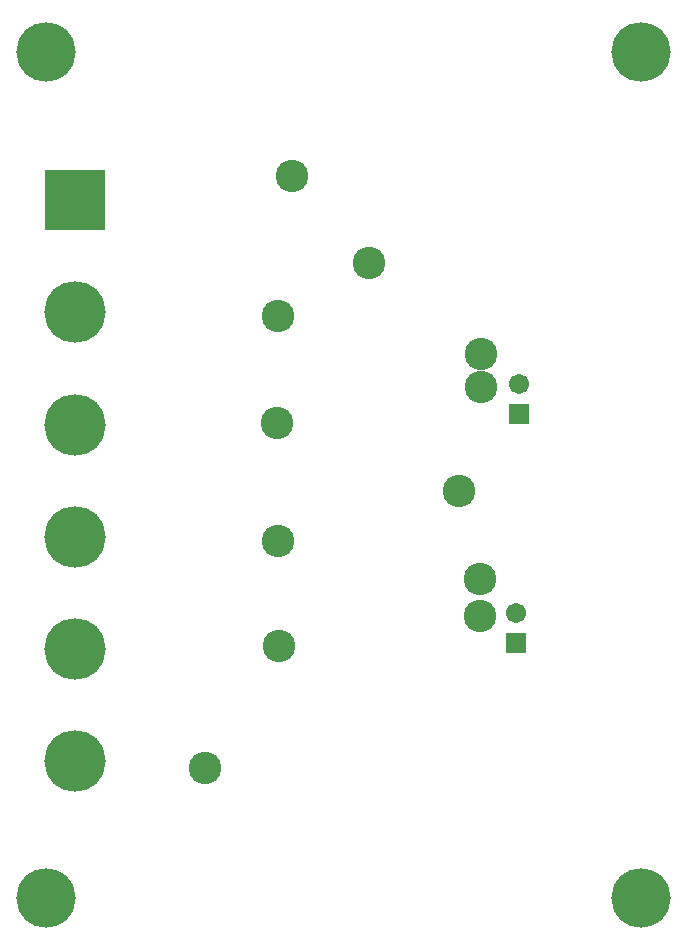
<source format=gbs>
G04*
G04 #@! TF.GenerationSoftware,Altium Limited,Altium Designer,21.0.8 (223)*
G04*
G04 Layer_Color=16711935*
%FSLAX25Y25*%
%MOIN*%
G70*
G04*
G04 #@! TF.SameCoordinates,B21DCE84-2690-44BB-8765-99E36CDB2AD5*
G04*
G04*
G04 #@! TF.FilePolarity,Negative*
G04*
G01*
G75*
%ADD27C,0.19800*%
%ADD28C,0.10800*%
%ADD29R,0.20485X0.20485*%
%ADD30C,0.20485*%
%ADD31C,0.06706*%
%ADD32R,0.06706X0.06706*%
D27*
X235901Y319500D02*
D03*
X37500Y37500D02*
D03*
X235901D02*
D03*
X37500Y319500D02*
D03*
D28*
X145000Y249000D02*
D03*
X182000Y131339D02*
D03*
X115000Y121339D02*
D03*
X182000Y143839D02*
D03*
X114900Y156439D02*
D03*
X175000Y173000D02*
D03*
X90500Y80839D02*
D03*
X119579Y277889D02*
D03*
X182600Y207600D02*
D03*
X114379Y195689D02*
D03*
X182500Y218839D02*
D03*
X114700Y231239D02*
D03*
D29*
X47000Y270008D02*
D03*
D30*
Y232606D02*
D03*
Y195205D02*
D03*
Y157803D02*
D03*
Y120402D02*
D03*
Y83000D02*
D03*
D31*
X194000Y132400D02*
D03*
X195200Y208800D02*
D03*
D32*
X194000Y122400D02*
D03*
X195200Y198800D02*
D03*
M02*

</source>
